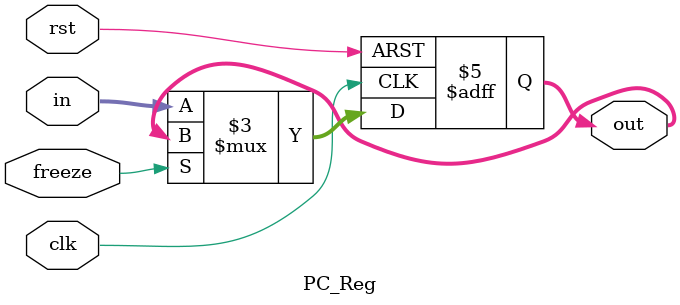
<source format=v>
module PC_Reg(input [31:0] in, input freeze, rst, clk, output reg [31:0] out);

    always@(posedge clk, posedge rst)begin
        if(rst)
            out <= 32'b0;
        else if(!freeze)
            out <= in;
    end
endmodule




</source>
